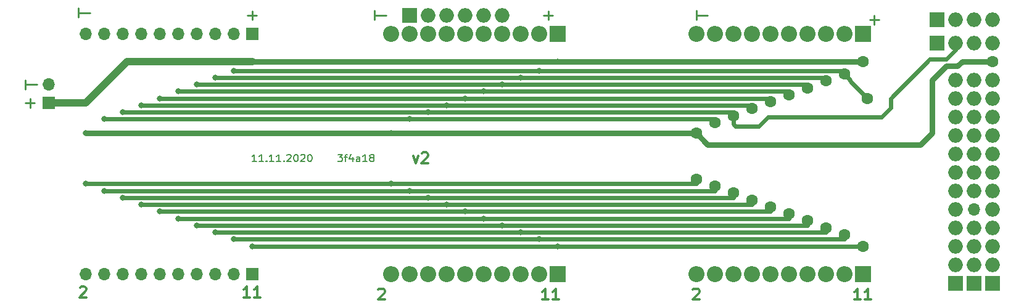
<source format=gbr>
G04 #@! TF.GenerationSoftware,KiCad,Pcbnew,(5.1.8)-1*
G04 #@! TF.CreationDate,2020-11-11T23:30:57+03:00*
G04 #@! TF.ProjectId,h3xSv2,68337853-7632-42e6-9b69-6361645f7063,rev?*
G04 #@! TF.SameCoordinates,Original*
G04 #@! TF.FileFunction,Copper,L1,Top*
G04 #@! TF.FilePolarity,Positive*
%FSLAX46Y46*%
G04 Gerber Fmt 4.6, Leading zero omitted, Abs format (unit mm)*
G04 Created by KiCad (PCBNEW (5.1.8)-1) date 2020-11-11 23:30:57*
%MOMM*%
%LPD*%
G01*
G04 APERTURE LIST*
G04 #@! TA.AperFunction,NonConductor*
%ADD10C,0.300000*%
G04 #@! TD*
G04 #@! TA.AperFunction,NonConductor*
%ADD11C,0.200000*%
G04 #@! TD*
G04 #@! TA.AperFunction,ComponentPad*
%ADD12R,2.200000X2.200000*%
G04 #@! TD*
G04 #@! TA.AperFunction,ComponentPad*
%ADD13O,2.200000X2.200000*%
G04 #@! TD*
G04 #@! TA.AperFunction,ComponentPad*
%ADD14O,2.000000X2.000000*%
G04 #@! TD*
G04 #@! TA.AperFunction,ComponentPad*
%ADD15R,2.000000X2.000000*%
G04 #@! TD*
G04 #@! TA.AperFunction,ComponentPad*
%ADD16O,1.700000X1.700000*%
G04 #@! TD*
G04 #@! TA.AperFunction,ComponentPad*
%ADD17R,1.700000X1.700000*%
G04 #@! TD*
G04 #@! TA.AperFunction,ViaPad*
%ADD18C,1.600000*%
G04 #@! TD*
G04 #@! TA.AperFunction,ViaPad*
%ADD19C,0.800000*%
G04 #@! TD*
G04 #@! TA.AperFunction,Conductor*
%ADD20C,0.250000*%
G04 #@! TD*
G04 #@! TA.AperFunction,Conductor*
%ADD21C,0.800000*%
G04 #@! TD*
G04 #@! TA.AperFunction,Conductor*
%ADD22C,0.600000*%
G04 #@! TD*
G04 #@! TA.AperFunction,Conductor*
%ADD23C,1.000000*%
G04 #@! TD*
G04 APERTURE END LIST*
D10*
X90686071Y-44763571D02*
X91043214Y-45763571D01*
X91400357Y-44763571D01*
X91900357Y-44406428D02*
X91971785Y-44335000D01*
X92114642Y-44263571D01*
X92471785Y-44263571D01*
X92614642Y-44335000D01*
X92686071Y-44406428D01*
X92757500Y-44549285D01*
X92757500Y-44692142D01*
X92686071Y-44906428D01*
X91828928Y-45763571D01*
X92757500Y-45763571D01*
D11*
X69183690Y-45537380D02*
X68612261Y-45537380D01*
X68897976Y-45537380D02*
X68897976Y-44537380D01*
X68802738Y-44680238D01*
X68707500Y-44775476D01*
X68612261Y-44823095D01*
X70136071Y-45537380D02*
X69564642Y-45537380D01*
X69850357Y-45537380D02*
X69850357Y-44537380D01*
X69755119Y-44680238D01*
X69659880Y-44775476D01*
X69564642Y-44823095D01*
X70564642Y-45442142D02*
X70612261Y-45489761D01*
X70564642Y-45537380D01*
X70517023Y-45489761D01*
X70564642Y-45442142D01*
X70564642Y-45537380D01*
X71564642Y-45537380D02*
X70993214Y-45537380D01*
X71278928Y-45537380D02*
X71278928Y-44537380D01*
X71183690Y-44680238D01*
X71088452Y-44775476D01*
X70993214Y-44823095D01*
X72517023Y-45537380D02*
X71945595Y-45537380D01*
X72231309Y-45537380D02*
X72231309Y-44537380D01*
X72136071Y-44680238D01*
X72040833Y-44775476D01*
X71945595Y-44823095D01*
X72945595Y-45442142D02*
X72993214Y-45489761D01*
X72945595Y-45537380D01*
X72897976Y-45489761D01*
X72945595Y-45442142D01*
X72945595Y-45537380D01*
X73374166Y-44632619D02*
X73421785Y-44585000D01*
X73517023Y-44537380D01*
X73755119Y-44537380D01*
X73850357Y-44585000D01*
X73897976Y-44632619D01*
X73945595Y-44727857D01*
X73945595Y-44823095D01*
X73897976Y-44965952D01*
X73326547Y-45537380D01*
X73945595Y-45537380D01*
X74564642Y-44537380D02*
X74659880Y-44537380D01*
X74755119Y-44585000D01*
X74802738Y-44632619D01*
X74850357Y-44727857D01*
X74897976Y-44918333D01*
X74897976Y-45156428D01*
X74850357Y-45346904D01*
X74802738Y-45442142D01*
X74755119Y-45489761D01*
X74659880Y-45537380D01*
X74564642Y-45537380D01*
X74469404Y-45489761D01*
X74421785Y-45442142D01*
X74374166Y-45346904D01*
X74326547Y-45156428D01*
X74326547Y-44918333D01*
X74374166Y-44727857D01*
X74421785Y-44632619D01*
X74469404Y-44585000D01*
X74564642Y-44537380D01*
X75278928Y-44632619D02*
X75326547Y-44585000D01*
X75421785Y-44537380D01*
X75659880Y-44537380D01*
X75755119Y-44585000D01*
X75802738Y-44632619D01*
X75850357Y-44727857D01*
X75850357Y-44823095D01*
X75802738Y-44965952D01*
X75231309Y-45537380D01*
X75850357Y-45537380D01*
X76469404Y-44537380D02*
X76564642Y-44537380D01*
X76659880Y-44585000D01*
X76707500Y-44632619D01*
X76755119Y-44727857D01*
X76802738Y-44918333D01*
X76802738Y-45156428D01*
X76755119Y-45346904D01*
X76707500Y-45442142D01*
X76659880Y-45489761D01*
X76564642Y-45537380D01*
X76469404Y-45537380D01*
X76374166Y-45489761D01*
X76326547Y-45442142D01*
X76278928Y-45346904D01*
X76231309Y-45156428D01*
X76231309Y-44918333D01*
X76278928Y-44727857D01*
X76326547Y-44632619D01*
X76374166Y-44585000D01*
X76469404Y-44537380D01*
X80367500Y-44537380D02*
X80986547Y-44537380D01*
X80653214Y-44918333D01*
X80796071Y-44918333D01*
X80891309Y-44965952D01*
X80938928Y-45013571D01*
X80986547Y-45108809D01*
X80986547Y-45346904D01*
X80938928Y-45442142D01*
X80891309Y-45489761D01*
X80796071Y-45537380D01*
X80510357Y-45537380D01*
X80415119Y-45489761D01*
X80367500Y-45442142D01*
X81272261Y-44870714D02*
X81653214Y-44870714D01*
X81415119Y-45537380D02*
X81415119Y-44680238D01*
X81462738Y-44585000D01*
X81557976Y-44537380D01*
X81653214Y-44537380D01*
X82415119Y-44870714D02*
X82415119Y-45537380D01*
X82177023Y-44489761D02*
X81938928Y-45204047D01*
X82557976Y-45204047D01*
X83367500Y-45537380D02*
X83367500Y-45013571D01*
X83319880Y-44918333D01*
X83224642Y-44870714D01*
X83034166Y-44870714D01*
X82938928Y-44918333D01*
X83367500Y-45489761D02*
X83272261Y-45537380D01*
X83034166Y-45537380D01*
X82938928Y-45489761D01*
X82891309Y-45394523D01*
X82891309Y-45299285D01*
X82938928Y-45204047D01*
X83034166Y-45156428D01*
X83272261Y-45156428D01*
X83367500Y-45108809D01*
X84367500Y-45537380D02*
X83796071Y-45537380D01*
X84081785Y-45537380D02*
X84081785Y-44537380D01*
X83986547Y-44680238D01*
X83891309Y-44775476D01*
X83796071Y-44823095D01*
X84938928Y-44965952D02*
X84843690Y-44918333D01*
X84796071Y-44870714D01*
X84748452Y-44775476D01*
X84748452Y-44727857D01*
X84796071Y-44632619D01*
X84843690Y-44585000D01*
X84938928Y-44537380D01*
X85129404Y-44537380D01*
X85224642Y-44585000D01*
X85272261Y-44632619D01*
X85319880Y-44727857D01*
X85319880Y-44775476D01*
X85272261Y-44870714D01*
X85224642Y-44918333D01*
X85129404Y-44965952D01*
X84938928Y-44965952D01*
X84843690Y-45013571D01*
X84796071Y-45061190D01*
X84748452Y-45156428D01*
X84748452Y-45346904D01*
X84796071Y-45442142D01*
X84843690Y-45489761D01*
X84938928Y-45537380D01*
X85129404Y-45537380D01*
X85224642Y-45489761D01*
X85272261Y-45442142D01*
X85319880Y-45346904D01*
X85319880Y-45156428D01*
X85272261Y-45061190D01*
X85224642Y-45013571D01*
X85129404Y-44965952D01*
D10*
X44973928Y-62821428D02*
X45045357Y-62750000D01*
X45188214Y-62678571D01*
X45545357Y-62678571D01*
X45688214Y-62750000D01*
X45759642Y-62821428D01*
X45831071Y-62964285D01*
X45831071Y-63107142D01*
X45759642Y-63321428D01*
X44902500Y-64178571D01*
X45831071Y-64178571D01*
X68294285Y-64178571D02*
X67437142Y-64178571D01*
X67865714Y-64178571D02*
X67865714Y-62678571D01*
X67722857Y-62892857D01*
X67580000Y-63035714D01*
X67437142Y-63107142D01*
X69722857Y-64178571D02*
X68865714Y-64178571D01*
X69294285Y-64178571D02*
X69294285Y-62678571D01*
X69151428Y-62892857D01*
X69008571Y-63035714D01*
X68865714Y-63107142D01*
X152114285Y-64496071D02*
X151257142Y-64496071D01*
X151685714Y-64496071D02*
X151685714Y-62996071D01*
X151542857Y-63210357D01*
X151400000Y-63353214D01*
X151257142Y-63424642D01*
X153542857Y-64496071D02*
X152685714Y-64496071D01*
X153114285Y-64496071D02*
X153114285Y-62996071D01*
X152971428Y-63210357D01*
X152828571Y-63353214D01*
X152685714Y-63424642D01*
X129111428Y-63138928D02*
X129182857Y-63067500D01*
X129325714Y-62996071D01*
X129682857Y-62996071D01*
X129825714Y-63067500D01*
X129897142Y-63138928D01*
X129968571Y-63281785D01*
X129968571Y-63424642D01*
X129897142Y-63638928D01*
X129040000Y-64496071D01*
X129968571Y-64496071D01*
X109251785Y-64496071D02*
X108394642Y-64496071D01*
X108823214Y-64496071D02*
X108823214Y-62996071D01*
X108680357Y-63210357D01*
X108537500Y-63353214D01*
X108394642Y-63424642D01*
X110680357Y-64496071D02*
X109823214Y-64496071D01*
X110251785Y-64496071D02*
X110251785Y-62996071D01*
X110108928Y-63210357D01*
X109966071Y-63353214D01*
X109823214Y-63424642D01*
X85931428Y-63138928D02*
X86002857Y-63067500D01*
X86145714Y-62996071D01*
X86502857Y-62996071D01*
X86645714Y-63067500D01*
X86717142Y-63138928D01*
X86788571Y-63281785D01*
X86788571Y-63424642D01*
X86717142Y-63638928D01*
X85860000Y-64496071D01*
X86788571Y-64496071D01*
D12*
X110490000Y-27940000D03*
D13*
X107950000Y-27940000D03*
X105410000Y-27940000D03*
X102870000Y-27940000D03*
X100330000Y-27940000D03*
X97790000Y-27940000D03*
X95250000Y-27940000D03*
X92710000Y-27940000D03*
X90170000Y-27940000D03*
X87630000Y-27940000D03*
X87630000Y-60960000D03*
X90170000Y-60960000D03*
X92710000Y-60960000D03*
X95250000Y-60960000D03*
X97790000Y-60960000D03*
X100330000Y-60960000D03*
X102870000Y-60960000D03*
X105410000Y-60960000D03*
X107950000Y-60960000D03*
D12*
X110490000Y-60960000D03*
X152400000Y-27940000D03*
D13*
X149860000Y-27940000D03*
X147320000Y-27940000D03*
X144780000Y-27940000D03*
X142240000Y-27940000D03*
X139700000Y-27940000D03*
X137160000Y-27940000D03*
X134620000Y-27940000D03*
X132080000Y-27940000D03*
X129540000Y-27940000D03*
X129540000Y-60960000D03*
X132080000Y-60960000D03*
X134620000Y-60960000D03*
X137160000Y-60960000D03*
X139700000Y-60960000D03*
X142240000Y-60960000D03*
X144780000Y-60960000D03*
X147320000Y-60960000D03*
X149860000Y-60960000D03*
D12*
X152400000Y-60960000D03*
D14*
X170180000Y-29210000D03*
X167640000Y-29210000D03*
X165100000Y-29210000D03*
D15*
X162560000Y-29210000D03*
X162560000Y-26035000D03*
D14*
X165100000Y-26035000D03*
X167640000Y-26035000D03*
X170180000Y-26035000D03*
D15*
X165100000Y-62230000D03*
D14*
X165100000Y-59690000D03*
X165100000Y-57150000D03*
X165100000Y-54610000D03*
X165100000Y-52070000D03*
X165100000Y-49530000D03*
X165100000Y-46990000D03*
X165100000Y-44450000D03*
X165100000Y-41910000D03*
X165100000Y-39370000D03*
X165100000Y-36830000D03*
X165100000Y-34290000D03*
D15*
X167640000Y-62230000D03*
D14*
X167640000Y-59690000D03*
X167640000Y-57150000D03*
X167640000Y-54610000D03*
D16*
X167640000Y-52070000D03*
D14*
X167640000Y-49530000D03*
X167640000Y-46990000D03*
X167640000Y-44450000D03*
X167640000Y-41910000D03*
X167640000Y-39370000D03*
X167640000Y-36830000D03*
X167640000Y-34290000D03*
X170180000Y-34290000D03*
X170180000Y-36830000D03*
X170180000Y-39370000D03*
X170180000Y-41910000D03*
X170180000Y-44450000D03*
X170180000Y-46990000D03*
X170180000Y-49530000D03*
X170180000Y-52070000D03*
X170180000Y-54610000D03*
X170180000Y-57150000D03*
X170180000Y-59690000D03*
D15*
X170180000Y-62230000D03*
D17*
X40640000Y-37465000D03*
D16*
X40640000Y-34925000D03*
D15*
X90170000Y-25400000D03*
D14*
X92710000Y-25400000D03*
X95250000Y-25400000D03*
X97790000Y-25400000D03*
X100330000Y-25400000D03*
X102870000Y-25400000D03*
D16*
X45720000Y-27940000D03*
X48260000Y-27940000D03*
X50800000Y-27940000D03*
X53340000Y-27940000D03*
X55880000Y-27940000D03*
X58420000Y-27940000D03*
X60960000Y-27940000D03*
X63500000Y-27940000D03*
X66040000Y-27940000D03*
D17*
X68580000Y-27940000D03*
X68580000Y-60960000D03*
D16*
X66040000Y-60960000D03*
X63500000Y-60960000D03*
X60960000Y-60960000D03*
X58420000Y-60960000D03*
X55880000Y-60960000D03*
X53340000Y-60960000D03*
X50800000Y-60960000D03*
X48260000Y-60960000D03*
X45720000Y-60960000D03*
D18*
X152400000Y-31750000D03*
D19*
X68580000Y-31750000D03*
X110490000Y-31750000D03*
D18*
X149860000Y-33496250D03*
X153035000Y-36830000D03*
D19*
X66040000Y-33020000D03*
X107950000Y-33020000D03*
D18*
X147320000Y-34448750D03*
D19*
X63500000Y-33972500D03*
X105410000Y-33972500D03*
D18*
X144780000Y-35401250D03*
D19*
X60960000Y-34925000D03*
X102870000Y-34925000D03*
D18*
X142240000Y-36353750D03*
D19*
X58420000Y-35877500D03*
X100330000Y-35877500D03*
D18*
X139700000Y-37306250D03*
D19*
X55880000Y-36830000D03*
X97790000Y-36830000D03*
D18*
X137160000Y-38258750D03*
D19*
X53340000Y-37782500D03*
X95250000Y-37782500D03*
D18*
X134620000Y-39211250D03*
D19*
X50800000Y-38735000D03*
X92710000Y-38735000D03*
D18*
X132080000Y-40163750D03*
D19*
X48260000Y-39687500D03*
X90170000Y-39687500D03*
D18*
X129540000Y-41592500D03*
X170180000Y-31750000D03*
D19*
X45720000Y-41592500D03*
X87630000Y-41592500D03*
D18*
X129540000Y-47942500D03*
D19*
X87630000Y-48577500D03*
X45720000Y-48577500D03*
D18*
X132080000Y-48895000D03*
D19*
X90170000Y-49530000D03*
X48260000Y-49530000D03*
D18*
X134620000Y-49847500D03*
D19*
X92710000Y-50482500D03*
X50800000Y-50482500D03*
D18*
X137160000Y-50800000D03*
D19*
X95250000Y-51435000D03*
X53340000Y-51435000D03*
D18*
X139700000Y-51752500D03*
D19*
X97790000Y-52387500D03*
X55880000Y-52387500D03*
D18*
X142240000Y-52705000D03*
D19*
X100330000Y-53340000D03*
X58420000Y-53340000D03*
D18*
X144780000Y-53657500D03*
D19*
X102870000Y-54292500D03*
X60960000Y-54292500D03*
D18*
X147320000Y-54610000D03*
D19*
X105410000Y-55245000D03*
X63500000Y-55245000D03*
D18*
X149860000Y-55562500D03*
D19*
X107950000Y-56197500D03*
X66040000Y-56197500D03*
D18*
X152400000Y-57150000D03*
D19*
X110490000Y-57150000D03*
X68580000Y-57150000D03*
D20*
X109220000Y-26035000D02*
X109220000Y-24805010D01*
X108585000Y-25400000D02*
X109855000Y-25400000D01*
X85407500Y-25400000D02*
X86995000Y-25400000D01*
X85407500Y-24765000D02*
X85407500Y-26035000D01*
X37465000Y-34925000D02*
X39052500Y-34925000D01*
X37465000Y-34290000D02*
X37465000Y-35560000D01*
X38100000Y-38100000D02*
X38100000Y-36870010D01*
X37465000Y-37465000D02*
X38735000Y-37465000D01*
X44767500Y-25082500D02*
X46355000Y-25082500D01*
X44767500Y-24447500D02*
X44767500Y-25717500D01*
X68580000Y-26035000D02*
X68580000Y-24805010D01*
X67945000Y-25400000D02*
X69215000Y-25400000D01*
X153987500Y-26670000D02*
X153987500Y-25440010D01*
X153352500Y-26035000D02*
X154622500Y-26035000D01*
X129540000Y-25400000D02*
X131127500Y-25400000D01*
X129540000Y-24765000D02*
X129540000Y-26035000D01*
D21*
X111760000Y-31750000D02*
X68580000Y-31750000D01*
D22*
X152400000Y-31750000D02*
X152400000Y-31750000D01*
D21*
X152400000Y-31750000D02*
X109220000Y-31750000D01*
X68580000Y-31750000D02*
X68580000Y-31750000D01*
D23*
X40640000Y-37465000D02*
X45720000Y-37465000D01*
X45720000Y-37465000D02*
X51435000Y-31750000D01*
X51435000Y-31750000D02*
X68580000Y-31750000D01*
D22*
X109220000Y-33020000D02*
X66040000Y-33020000D01*
X149860000Y-33020000D02*
X107950000Y-33020000D01*
X150659999Y-34296249D02*
X150659999Y-34454999D01*
X149860000Y-33496250D02*
X150659999Y-34296249D01*
X150659999Y-34454999D02*
X153035000Y-36830000D01*
X66040000Y-33020000D02*
X66040000Y-33020000D01*
X107950000Y-33020000D02*
X106680000Y-33020000D01*
X106680000Y-33972500D02*
X63500000Y-33972500D01*
X147320000Y-33972500D02*
X105410000Y-33972500D01*
X63500000Y-33972500D02*
X63500000Y-33972500D01*
X105410000Y-33972500D02*
X104140000Y-33972500D01*
X104140000Y-34925000D02*
X60960000Y-34925000D01*
X144780000Y-34925000D02*
X102870000Y-34925000D01*
X60960000Y-34925000D02*
X60960000Y-34925000D01*
X102870000Y-34925000D02*
X101600000Y-34925000D01*
X101282500Y-35877500D02*
X58420000Y-35877500D01*
X142240000Y-35877500D02*
X100330000Y-35877500D01*
X58420000Y-35877500D02*
X58420000Y-35877500D01*
X100330000Y-35877500D02*
X99377500Y-35877500D01*
X99060000Y-36830000D02*
X55880000Y-36830000D01*
X139700000Y-36830000D02*
X97790000Y-36830000D01*
X55880000Y-36830000D02*
X55880000Y-36830000D01*
X97790000Y-36830000D02*
X96520000Y-36830000D01*
X96520000Y-37782500D02*
X95250000Y-37782500D01*
X137160000Y-37782500D02*
X93980000Y-37782500D01*
X53340000Y-37782500D02*
X53340000Y-37782500D01*
X95250000Y-37782500D02*
X53340000Y-37782500D01*
X93980000Y-38735000D02*
X92710000Y-38735000D01*
X134620000Y-38735000D02*
X91440000Y-38735000D01*
X134620000Y-40342620D02*
X134620000Y-39211250D01*
X134917380Y-40640000D02*
X134620000Y-40342620D01*
X138112500Y-40640000D02*
X134917380Y-40640000D01*
X139382500Y-39370000D02*
X138112500Y-40640000D01*
X154940000Y-39370000D02*
X139382500Y-39370000D01*
X165100000Y-29210000D02*
X165100000Y-30162500D01*
X165100000Y-30162500D02*
X163830000Y-31432500D01*
X163830000Y-31432500D02*
X161607500Y-31432500D01*
X161607500Y-31432500D02*
X156210000Y-36830000D01*
X156210000Y-36830000D02*
X156210000Y-38100000D01*
X156210000Y-38100000D02*
X154940000Y-39370000D01*
X50800000Y-38735000D02*
X50800000Y-38735000D01*
X92710000Y-38735000D02*
X50800000Y-38735000D01*
X91440000Y-39687500D02*
X89852500Y-39687500D01*
X132080000Y-39687500D02*
X88900000Y-39687500D01*
X48260000Y-39687500D02*
X48260000Y-39687500D01*
X89852500Y-39687500D02*
X48260000Y-39687500D01*
D21*
X88900000Y-41592500D02*
X87630000Y-41592500D01*
D22*
X129540000Y-41592500D02*
X129540000Y-41592500D01*
D21*
X129540000Y-41592500D02*
X86360000Y-41592500D01*
X170180000Y-31750000D02*
X170180000Y-31750000D01*
X165417500Y-32385000D02*
X166052500Y-31750000D01*
X163830000Y-32385000D02*
X165417500Y-32385000D01*
X129540000Y-41592500D02*
X131127500Y-43180000D01*
X166052500Y-31750000D02*
X170180000Y-31750000D01*
X131127500Y-43180000D02*
X160337500Y-43180000D01*
X160337500Y-43180000D02*
X161925000Y-41592500D01*
X163830000Y-32385000D02*
X161925000Y-34290000D01*
X161925000Y-41592500D02*
X161925000Y-34290000D01*
X45720000Y-41592500D02*
X45720000Y-41592500D01*
X87630000Y-41592500D02*
X45720000Y-41592500D01*
D22*
X87630000Y-48577500D02*
X87630000Y-48577500D01*
X129540000Y-48577500D02*
X87630000Y-48577500D01*
X87630000Y-48577500D02*
X45720000Y-48577500D01*
X45720000Y-48577500D02*
X45720000Y-48577500D01*
X91440000Y-49530000D02*
X90170000Y-49530000D01*
X132080000Y-49530000D02*
X88900000Y-49530000D01*
X90170000Y-49530000D02*
X48260000Y-49530000D01*
X48260000Y-49530000D02*
X48260000Y-49530000D01*
X93980000Y-50482500D02*
X92710000Y-50482500D01*
X134620000Y-50482500D02*
X91440000Y-50482500D01*
X92710000Y-50482500D02*
X50800000Y-50482500D01*
X50800000Y-50482500D02*
X50800000Y-50482500D01*
X96520000Y-51435000D02*
X94932500Y-51435000D01*
X137160000Y-51435000D02*
X93980000Y-51435000D01*
X94932500Y-51435000D02*
X53340000Y-51435000D01*
X53340000Y-51435000D02*
X53340000Y-51435000D01*
X99060000Y-52387500D02*
X97790000Y-52387500D01*
X139700000Y-52387500D02*
X96520000Y-52387500D01*
X97790000Y-52387500D02*
X55880000Y-52387500D01*
X55880000Y-52387500D02*
X55880000Y-52387500D01*
X101600000Y-53340000D02*
X100330000Y-53340000D01*
X142240000Y-53340000D02*
X99060000Y-53340000D01*
X100330000Y-53340000D02*
X58420000Y-53340000D01*
X58420000Y-53340000D02*
X58420000Y-53340000D01*
X104140000Y-54292500D02*
X102870000Y-54292500D01*
X144780000Y-54292500D02*
X101600000Y-54292500D01*
X102870000Y-54292500D02*
X60960000Y-54292500D01*
X60960000Y-54292500D02*
X60960000Y-54292500D01*
X106680000Y-55245000D02*
X105410000Y-55245000D01*
X147320000Y-55245000D02*
X104140000Y-55245000D01*
X105410000Y-55245000D02*
X63500000Y-55245000D01*
X63500000Y-55245000D02*
X63500000Y-55245000D01*
X109220000Y-56197500D02*
X107950000Y-56197500D01*
X149860000Y-56197500D02*
X106680000Y-56197500D01*
X107950000Y-56197500D02*
X66040000Y-56197500D01*
X66040000Y-56197500D02*
X66040000Y-56197500D01*
X111760000Y-57150000D02*
X110490000Y-57150000D01*
X152400000Y-57150000D02*
X152400000Y-57150000D01*
X152400000Y-57150000D02*
X110490000Y-57150000D01*
X110490000Y-57150000D02*
X109220000Y-57150000D01*
X110490000Y-57150000D02*
X68580000Y-57150000D01*
X68580000Y-57150000D02*
X68580000Y-57150000D01*
M02*

</source>
